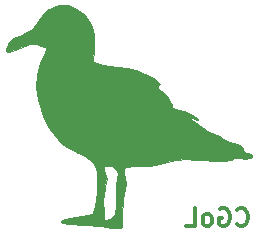
<source format=gbr>
G04 #@! TF.FileFunction,Legend,Bot*
%FSLAX46Y46*%
G04 Gerber Fmt 4.6, Leading zero omitted, Abs format (unit mm)*
G04 Created by KiCad (PCBNEW 4.0.5) date Saturday, March 04, 2017 'PMt' 10:22:20 PM*
%MOMM*%
%LPD*%
G01*
G04 APERTURE LIST*
%ADD10C,0.100000*%
%ADD11C,0.010000*%
%ADD12C,0.300000*%
G04 APERTURE END LIST*
D10*
D11*
G36*
X85229277Y-54408609D02*
X85824472Y-54834962D01*
X85963063Y-54970874D01*
X86383907Y-55488273D01*
X86660936Y-56046024D01*
X86808360Y-56693083D01*
X86840387Y-57478404D01*
X86818897Y-57919508D01*
X86744544Y-58977266D01*
X87063351Y-59100051D01*
X87553654Y-59250373D01*
X88133837Y-59348369D01*
X88871798Y-59405312D01*
X88913818Y-59407273D01*
X89572447Y-59501645D01*
X90325939Y-59711967D01*
X91089901Y-60008635D01*
X91779939Y-60362044D01*
X91963637Y-60477162D01*
X92259777Y-60686985D01*
X92381381Y-60831453D01*
X92353711Y-60960966D01*
X92260114Y-61068645D01*
X92188705Y-61203353D01*
X92314653Y-61324364D01*
X92346705Y-61342700D01*
X92649538Y-61563454D01*
X92949812Y-61865645D01*
X93200440Y-62189996D01*
X93354333Y-62477228D01*
X93376507Y-62639084D01*
X93372085Y-62783444D01*
X93479432Y-62884282D01*
X93746137Y-62974477D01*
X93927000Y-63019446D01*
X94397445Y-63157829D01*
X94858385Y-63338059D01*
X95252979Y-63532892D01*
X95524383Y-63715087D01*
X95613038Y-63827507D01*
X95595936Y-63913818D01*
X95429380Y-63884543D01*
X95342437Y-63853141D01*
X95070995Y-63771547D01*
X94993718Y-63797897D01*
X95108875Y-63917893D01*
X95371314Y-64091570D01*
X95724125Y-64322486D01*
X96043416Y-64562876D01*
X96098977Y-64610358D01*
X96410416Y-64821035D01*
X96785335Y-64993204D01*
X96823501Y-65005995D01*
X97205504Y-65172137D01*
X97549846Y-65389450D01*
X97573956Y-65409066D01*
X97918762Y-65622477D01*
X98292614Y-65758662D01*
X98874679Y-65919065D01*
X99261553Y-66108182D01*
X99437706Y-66317650D01*
X99447159Y-66380390D01*
X99536519Y-66577901D01*
X99792199Y-66683800D01*
X100060893Y-66773974D01*
X100211081Y-66879064D01*
X100213289Y-67034634D01*
X100010561Y-67135913D01*
X99623812Y-67176695D01*
X99246590Y-67165354D01*
X98884246Y-67151981D01*
X98644571Y-67166466D01*
X98580458Y-67202355D01*
X98507430Y-67255607D01*
X98269044Y-67309111D01*
X97930751Y-67356236D01*
X97558000Y-67390348D01*
X97216240Y-67404813D01*
X96970921Y-67392999D01*
X96900382Y-67372630D01*
X96741000Y-67338471D01*
X96402986Y-67303996D01*
X95938569Y-67273574D01*
X95485816Y-67254246D01*
X94571970Y-67249492D01*
X93781675Y-67309583D01*
X93013742Y-67446351D01*
X92334345Y-67622693D01*
X91953779Y-67699821D01*
X91429927Y-67764138D01*
X90850393Y-67806030D01*
X90579237Y-67815327D01*
X90051953Y-67828004D01*
X89712293Y-67848103D01*
X89517000Y-67886857D01*
X89422821Y-67955498D01*
X89386501Y-68065258D01*
X89377977Y-68127273D01*
X89385063Y-68444767D01*
X89451946Y-68799101D01*
X89498721Y-69227174D01*
X89404874Y-69722738D01*
X89334335Y-70074282D01*
X89273291Y-70576083D01*
X89230374Y-71147492D01*
X89217279Y-71475455D01*
X89203749Y-72000300D01*
X89191695Y-72452962D01*
X89182707Y-72774575D01*
X89179107Y-72889773D01*
X89067303Y-73032081D01*
X88749795Y-73082249D01*
X88232746Y-73039960D01*
X87786250Y-72961463D01*
X87476501Y-72916315D01*
X86996965Y-72867195D01*
X86408576Y-72819504D01*
X85772266Y-72778646D01*
X85650341Y-72772068D01*
X84993096Y-72733667D01*
X84534821Y-72695159D01*
X84243630Y-72651463D01*
X84087635Y-72597500D01*
X84034953Y-72528188D01*
X84033977Y-72514546D01*
X84134973Y-72369585D01*
X84322614Y-72310850D01*
X84796504Y-72247067D01*
X85316305Y-72155487D01*
X85826776Y-72048589D01*
X86272675Y-71938851D01*
X86598763Y-71838751D01*
X86748086Y-71762974D01*
X86827361Y-71561467D01*
X86904810Y-71178476D01*
X86974659Y-70663390D01*
X86976614Y-70642690D01*
X87590133Y-70642690D01*
X87670605Y-71689374D01*
X87684622Y-71764091D01*
X87669682Y-71957186D01*
X87623435Y-72139318D01*
X87594667Y-72330389D01*
X87720006Y-72394739D01*
X87836197Y-72399091D01*
X88144811Y-72318406D01*
X88355200Y-72176504D01*
X88548713Y-71839274D01*
X88665700Y-71301436D01*
X88703417Y-70581186D01*
X88682905Y-70004589D01*
X88671341Y-69374598D01*
X88731935Y-68953793D01*
X88775716Y-68843332D01*
X88862458Y-68598529D01*
X88804485Y-68376126D01*
X88733335Y-68255194D01*
X88513237Y-67957608D01*
X88298848Y-67818291D01*
X88007538Y-67782677D01*
X87739273Y-67808236D01*
X87632932Y-67918916D01*
X87669673Y-68159400D01*
X87753122Y-68385996D01*
X87847024Y-68651258D01*
X87879395Y-68880390D01*
X87849061Y-69155193D01*
X87754844Y-69557463D01*
X87735187Y-69633633D01*
X87590133Y-70642690D01*
X86976614Y-70642690D01*
X87031133Y-70065601D01*
X87068458Y-69434499D01*
X87080774Y-68917466D01*
X87061181Y-68362632D01*
X86975314Y-67935661D01*
X86791981Y-67594153D01*
X86479989Y-67295705D01*
X86008145Y-66997914D01*
X85460392Y-66714769D01*
X84844787Y-66390470D01*
X84373543Y-66084415D01*
X83971457Y-65743356D01*
X83708281Y-65474129D01*
X83029718Y-64587147D01*
X82487244Y-63558939D01*
X82113718Y-62454829D01*
X82051957Y-62181364D01*
X81938701Y-61132141D01*
X82011201Y-60079611D01*
X82262012Y-59088093D01*
X82465670Y-58607343D01*
X82631301Y-58246713D01*
X82735145Y-57969075D01*
X82754892Y-57837118D01*
X82625261Y-57750733D01*
X82353166Y-57624103D01*
X82178529Y-57553923D01*
X81962557Y-57475178D01*
X81777234Y-57431982D01*
X81581717Y-57433291D01*
X81335160Y-57488063D01*
X80996720Y-57605258D01*
X80525552Y-57793833D01*
X79905300Y-58052490D01*
X79573852Y-58166613D01*
X79407971Y-58141127D01*
X79376711Y-57957671D01*
X79410798Y-57759118D01*
X79617506Y-57328759D01*
X80035843Y-56969054D01*
X80670885Y-56675849D01*
X80778369Y-56639546D01*
X81152487Y-56497129D01*
X81455316Y-56318429D01*
X81729424Y-56062557D01*
X82017381Y-55688620D01*
X82361756Y-55155729D01*
X82417614Y-55064937D01*
X82828207Y-54610889D01*
X83400197Y-54312166D01*
X83872018Y-54203473D01*
X84586823Y-54201182D01*
X85229277Y-54408609D01*
X85229277Y-54408609D01*
G37*
X85229277Y-54408609D02*
X85824472Y-54834962D01*
X85963063Y-54970874D01*
X86383907Y-55488273D01*
X86660936Y-56046024D01*
X86808360Y-56693083D01*
X86840387Y-57478404D01*
X86818897Y-57919508D01*
X86744544Y-58977266D01*
X87063351Y-59100051D01*
X87553654Y-59250373D01*
X88133837Y-59348369D01*
X88871798Y-59405312D01*
X88913818Y-59407273D01*
X89572447Y-59501645D01*
X90325939Y-59711967D01*
X91089901Y-60008635D01*
X91779939Y-60362044D01*
X91963637Y-60477162D01*
X92259777Y-60686985D01*
X92381381Y-60831453D01*
X92353711Y-60960966D01*
X92260114Y-61068645D01*
X92188705Y-61203353D01*
X92314653Y-61324364D01*
X92346705Y-61342700D01*
X92649538Y-61563454D01*
X92949812Y-61865645D01*
X93200440Y-62189996D01*
X93354333Y-62477228D01*
X93376507Y-62639084D01*
X93372085Y-62783444D01*
X93479432Y-62884282D01*
X93746137Y-62974477D01*
X93927000Y-63019446D01*
X94397445Y-63157829D01*
X94858385Y-63338059D01*
X95252979Y-63532892D01*
X95524383Y-63715087D01*
X95613038Y-63827507D01*
X95595936Y-63913818D01*
X95429380Y-63884543D01*
X95342437Y-63853141D01*
X95070995Y-63771547D01*
X94993718Y-63797897D01*
X95108875Y-63917893D01*
X95371314Y-64091570D01*
X95724125Y-64322486D01*
X96043416Y-64562876D01*
X96098977Y-64610358D01*
X96410416Y-64821035D01*
X96785335Y-64993204D01*
X96823501Y-65005995D01*
X97205504Y-65172137D01*
X97549846Y-65389450D01*
X97573956Y-65409066D01*
X97918762Y-65622477D01*
X98292614Y-65758662D01*
X98874679Y-65919065D01*
X99261553Y-66108182D01*
X99437706Y-66317650D01*
X99447159Y-66380390D01*
X99536519Y-66577901D01*
X99792199Y-66683800D01*
X100060893Y-66773974D01*
X100211081Y-66879064D01*
X100213289Y-67034634D01*
X100010561Y-67135913D01*
X99623812Y-67176695D01*
X99246590Y-67165354D01*
X98884246Y-67151981D01*
X98644571Y-67166466D01*
X98580458Y-67202355D01*
X98507430Y-67255607D01*
X98269044Y-67309111D01*
X97930751Y-67356236D01*
X97558000Y-67390348D01*
X97216240Y-67404813D01*
X96970921Y-67392999D01*
X96900382Y-67372630D01*
X96741000Y-67338471D01*
X96402986Y-67303996D01*
X95938569Y-67273574D01*
X95485816Y-67254246D01*
X94571970Y-67249492D01*
X93781675Y-67309583D01*
X93013742Y-67446351D01*
X92334345Y-67622693D01*
X91953779Y-67699821D01*
X91429927Y-67764138D01*
X90850393Y-67806030D01*
X90579237Y-67815327D01*
X90051953Y-67828004D01*
X89712293Y-67848103D01*
X89517000Y-67886857D01*
X89422821Y-67955498D01*
X89386501Y-68065258D01*
X89377977Y-68127273D01*
X89385063Y-68444767D01*
X89451946Y-68799101D01*
X89498721Y-69227174D01*
X89404874Y-69722738D01*
X89334335Y-70074282D01*
X89273291Y-70576083D01*
X89230374Y-71147492D01*
X89217279Y-71475455D01*
X89203749Y-72000300D01*
X89191695Y-72452962D01*
X89182707Y-72774575D01*
X89179107Y-72889773D01*
X89067303Y-73032081D01*
X88749795Y-73082249D01*
X88232746Y-73039960D01*
X87786250Y-72961463D01*
X87476501Y-72916315D01*
X86996965Y-72867195D01*
X86408576Y-72819504D01*
X85772266Y-72778646D01*
X85650341Y-72772068D01*
X84993096Y-72733667D01*
X84534821Y-72695159D01*
X84243630Y-72651463D01*
X84087635Y-72597500D01*
X84034953Y-72528188D01*
X84033977Y-72514546D01*
X84134973Y-72369585D01*
X84322614Y-72310850D01*
X84796504Y-72247067D01*
X85316305Y-72155487D01*
X85826776Y-72048589D01*
X86272675Y-71938851D01*
X86598763Y-71838751D01*
X86748086Y-71762974D01*
X86827361Y-71561467D01*
X86904810Y-71178476D01*
X86974659Y-70663390D01*
X86976614Y-70642690D01*
X87590133Y-70642690D01*
X87670605Y-71689374D01*
X87684622Y-71764091D01*
X87669682Y-71957186D01*
X87623435Y-72139318D01*
X87594667Y-72330389D01*
X87720006Y-72394739D01*
X87836197Y-72399091D01*
X88144811Y-72318406D01*
X88355200Y-72176504D01*
X88548713Y-71839274D01*
X88665700Y-71301436D01*
X88703417Y-70581186D01*
X88682905Y-70004589D01*
X88671341Y-69374598D01*
X88731935Y-68953793D01*
X88775716Y-68843332D01*
X88862458Y-68598529D01*
X88804485Y-68376126D01*
X88733335Y-68255194D01*
X88513237Y-67957608D01*
X88298848Y-67818291D01*
X88007538Y-67782677D01*
X87739273Y-67808236D01*
X87632932Y-67918916D01*
X87669673Y-68159400D01*
X87753122Y-68385996D01*
X87847024Y-68651258D01*
X87879395Y-68880390D01*
X87849061Y-69155193D01*
X87754844Y-69557463D01*
X87735187Y-69633633D01*
X87590133Y-70642690D01*
X86976614Y-70642690D01*
X87031133Y-70065601D01*
X87068458Y-69434499D01*
X87080774Y-68917466D01*
X87061181Y-68362632D01*
X86975314Y-67935661D01*
X86791981Y-67594153D01*
X86479989Y-67295705D01*
X86008145Y-66997914D01*
X85460392Y-66714769D01*
X84844787Y-66390470D01*
X84373543Y-66084415D01*
X83971457Y-65743356D01*
X83708281Y-65474129D01*
X83029718Y-64587147D01*
X82487244Y-63558939D01*
X82113718Y-62454829D01*
X82051957Y-62181364D01*
X81938701Y-61132141D01*
X82011201Y-60079611D01*
X82262012Y-59088093D01*
X82465670Y-58607343D01*
X82631301Y-58246713D01*
X82735145Y-57969075D01*
X82754892Y-57837118D01*
X82625261Y-57750733D01*
X82353166Y-57624103D01*
X82178529Y-57553923D01*
X81962557Y-57475178D01*
X81777234Y-57431982D01*
X81581717Y-57433291D01*
X81335160Y-57488063D01*
X80996720Y-57605258D01*
X80525552Y-57793833D01*
X79905300Y-58052490D01*
X79573852Y-58166613D01*
X79407971Y-58141127D01*
X79376711Y-57957671D01*
X79410798Y-57759118D01*
X79617506Y-57328759D01*
X80035843Y-56969054D01*
X80670885Y-56675849D01*
X80778369Y-56639546D01*
X81152487Y-56497129D01*
X81455316Y-56318429D01*
X81729424Y-56062557D01*
X82017381Y-55688620D01*
X82361756Y-55155729D01*
X82417614Y-55064937D01*
X82828207Y-54610889D01*
X83400197Y-54312166D01*
X83872018Y-54203473D01*
X84586823Y-54201182D01*
X85229277Y-54408609D01*
D12*
X98906571Y-72754286D02*
X98979142Y-72826857D01*
X99196856Y-72899429D01*
X99341999Y-72899429D01*
X99559714Y-72826857D01*
X99704856Y-72681714D01*
X99777428Y-72536571D01*
X99849999Y-72246286D01*
X99849999Y-72028571D01*
X99777428Y-71738286D01*
X99704856Y-71593143D01*
X99559714Y-71448000D01*
X99341999Y-71375429D01*
X99196856Y-71375429D01*
X98979142Y-71448000D01*
X98906571Y-71520571D01*
X97455142Y-71448000D02*
X97600285Y-71375429D01*
X97817999Y-71375429D01*
X98035714Y-71448000D01*
X98180856Y-71593143D01*
X98253428Y-71738286D01*
X98325999Y-72028571D01*
X98325999Y-72246286D01*
X98253428Y-72536571D01*
X98180856Y-72681714D01*
X98035714Y-72826857D01*
X97817999Y-72899429D01*
X97672856Y-72899429D01*
X97455142Y-72826857D01*
X97382571Y-72754286D01*
X97382571Y-72246286D01*
X97672856Y-72246286D01*
X96511714Y-72899429D02*
X96656856Y-72826857D01*
X96729428Y-72754286D01*
X96801999Y-72609143D01*
X96801999Y-72173714D01*
X96729428Y-72028571D01*
X96656856Y-71956000D01*
X96511714Y-71883429D01*
X96293999Y-71883429D01*
X96148856Y-71956000D01*
X96076285Y-72028571D01*
X96003714Y-72173714D01*
X96003714Y-72609143D01*
X96076285Y-72754286D01*
X96148856Y-72826857D01*
X96293999Y-72899429D01*
X96511714Y-72899429D01*
X94624857Y-72899429D02*
X95350571Y-72899429D01*
X95350571Y-71375429D01*
M02*

</source>
